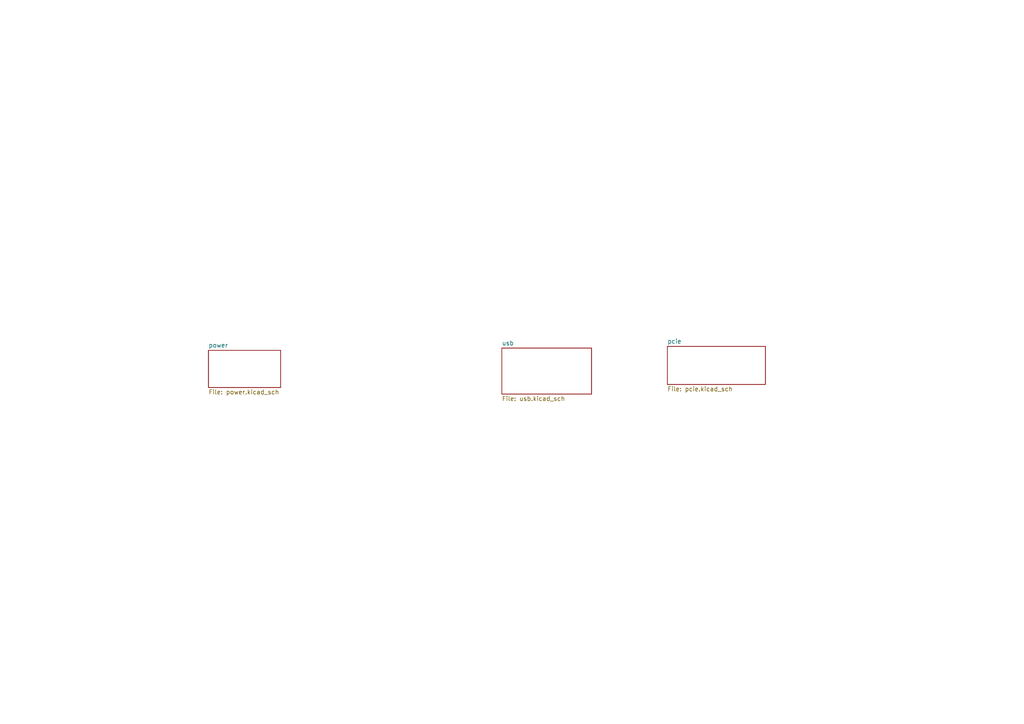
<source format=kicad_sch>
(kicad_sch (version 20230121) (generator eeschema)
  (paper "A4")
  (lib_symbols)
  (sheet (at 145.542 100.965) (size 26.035 13.335) (stroke (width 0.1524))
    (property "Sheetname" "usb" (at 145.542 100.2534 0) (effects (justify left bottom)))
    (property "Sheetfile" "usb.kicad_sch" (at 145.542 114.8846 0) (effects (justify left top)))
  )
  (sheet (at 193.548 100.457) (size 28.448 11.049) (stroke (width 0.1524))
    (property "Sheetname" "pcie" (at 193.548 99.7454 0) (effects (justify left bottom)))
    (property "Sheetfile" "pcie.kicad_sch" (at 193.548 112.0906 0) (effects (justify left top)))
  )
  (sheet (at 60.452 101.6) (size 20.955 10.795) (stroke (width 0.1524))
    (property "Sheetname" "power" (at 60.452 100.8884 0) (effects (justify left bottom)))
    (property "Sheetfile" "power.kicad_sch" (at 60.452 112.9796 0) (effects (justify left top)))
  )
)
</source>
